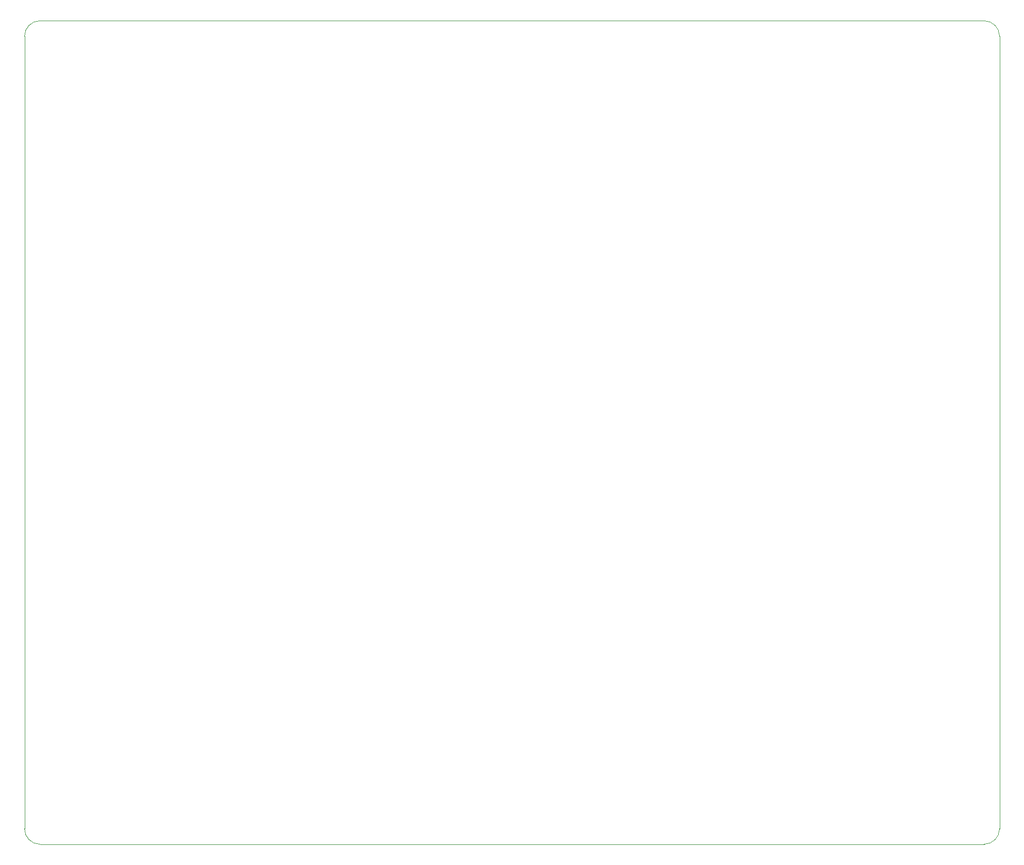
<source format=gbr>
%TF.GenerationSoftware,KiCad,Pcbnew,9.0.2*%
%TF.CreationDate,2025-07-13T15:24:28+02:00*%
%TF.ProjectId,Motor Control,4d6f746f-7220-4436-9f6e-74726f6c2e6b,1.0*%
%TF.SameCoordinates,Original*%
%TF.FileFunction,Profile,NP*%
%FSLAX46Y46*%
G04 Gerber Fmt 4.6, Leading zero omitted, Abs format (unit mm)*
G04 Created by KiCad (PCBNEW 9.0.2) date 2025-07-13 15:24:28*
%MOMM*%
%LPD*%
G01*
G04 APERTURE LIST*
%TA.AperFunction,Profile*%
%ADD10C,0.050000*%
%TD*%
G04 APERTURE END LIST*
D10*
X223780000Y-151129999D02*
X223780000Y-20955000D01*
X221240000Y-153669999D02*
X66300000Y-153669999D01*
X63760000Y-20955000D02*
X63760002Y-151129999D01*
X221240000Y-18415000D02*
X66300000Y-18415000D01*
X221240000Y-18415000D02*
G75*
G02*
X223780000Y-20955000I-1J-2540001D01*
G01*
X223780000Y-151129999D02*
G75*
G02*
X221240000Y-153669999I-2540001J1D01*
G01*
X66300000Y-153669999D02*
G75*
G02*
X63760000Y-151129999I1J2540001D01*
G01*
X63760000Y-20955000D02*
G75*
G02*
X66300000Y-18415000I2540000J0D01*
G01*
M02*

</source>
